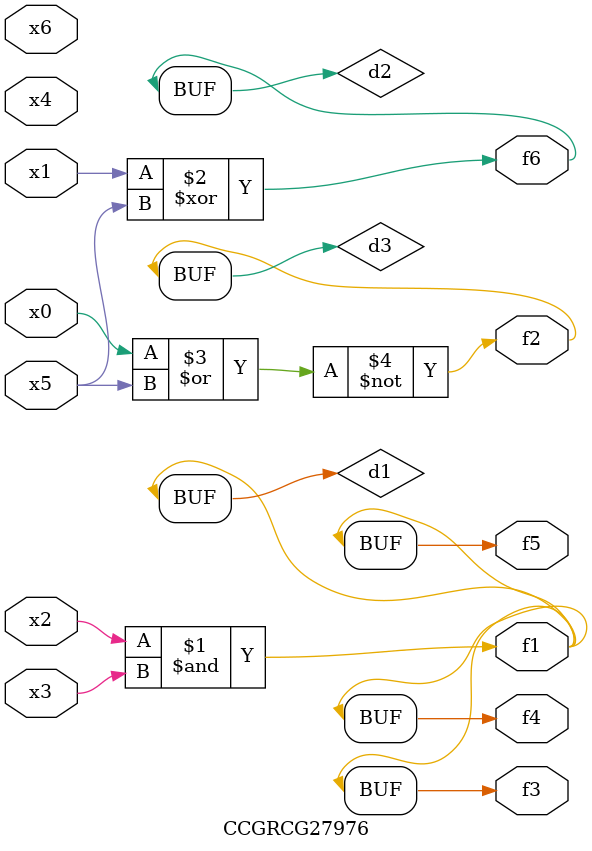
<source format=v>
module CCGRCG27976(
	input x0, x1, x2, x3, x4, x5, x6,
	output f1, f2, f3, f4, f5, f6
);

	wire d1, d2, d3;

	and (d1, x2, x3);
	xor (d2, x1, x5);
	nor (d3, x0, x5);
	assign f1 = d1;
	assign f2 = d3;
	assign f3 = d1;
	assign f4 = d1;
	assign f5 = d1;
	assign f6 = d2;
endmodule

</source>
